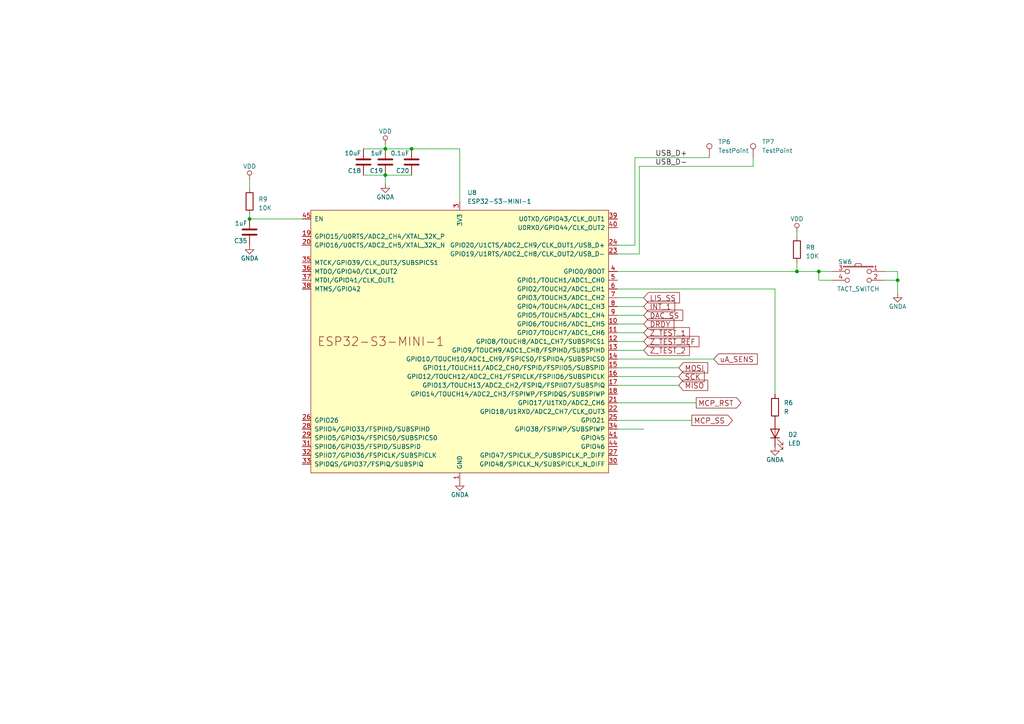
<source format=kicad_sch>
(kicad_sch (version 20231120) (generator "eeschema") (generator_version "8.0")
  (paper "A4")
  (lib_symbols
    (symbol "Connector:TestPoint" (pin_numbers hide) (pin_names (offset 0.762) hide)
      (property "Reference" "TP" (at 0 6.858 0))
      (property "Value" "TestPoint" (at 0 5.08 0))
      (symbol "TestPoint_0_1"
        (circle (center 0 3.302) (radius 0.762))
      )
      (symbol "TestPoint_1_1"
        (pin passive line (at 0 0 90) (length 2.54) (name "1") (number "1"))
      )
    )
    (symbol "Device:LED" (pin_numbers hide) (pin_names (offset 1.016) hide)
      (property "Reference" "D" (at 0 2.54 0))
      (property "Value" "LED" (at 0 -2.54 0))
      (symbol "LED_0_1"
        (polyline (pts (xy -1.27 -1.27) (xy -1.27 1.27)) (stroke (width 0.254)))
        (polyline (pts (xy -1.27 0) (xy 1.27 0)))
        (polyline (pts (xy 1.27 -1.27) (xy 1.27 1.27) (xy -1.27 0) (xy 1.27 -1.27)) (stroke (width 0.254)))
        (polyline (pts (xy -3.048 -0.762) (xy -4.572 -2.286) (xy -3.81 -2.286) (xy -4.572 -2.286) (xy -4.572 -1.524)))
        (polyline (pts (xy -1.778 -0.762) (xy -3.302 -2.286) (xy -2.54 -2.286) (xy -3.302 -2.286) (xy -3.302 -1.524)))
      )
      (symbol "LED_1_1"
        (pin passive line (at -3.81 0 0) (length 2.54) (name "K") (number "1"))
        (pin passive line (at 3.81 0 180) (length 2.54) (name "A") (number "2"))
      )
    )
    (symbol "Device:R" (pin_numbers hide) (pin_names (offset 0))
      (property "Reference" "R" (at 2.032 0 90))
      (property "Value" "R" (at 0 0 90))
      (symbol "R_0_1"
        (rectangle (start -1.016 -2.54) (end 1.016 2.54) (stroke (width 0.254)))
      )
      (symbol "R_1_1"
        (pin passive line (at 0 3.81 270) (length 1.27) (name "~") (number "1"))
        (pin passive line (at 0 -3.81 90) (length 1.27) (name "~") (number "2"))
      )
    )
    (symbol "Espressif:ESP32-S3-MINI-1" (pin_names (offset 1.016))
      (property "Reference" "U" (at -43.18 43.18 0))
      (property "Value" "ESP32-S3-MINI-1" (at -43.18 40.64 0))
      (symbol "ESP32-S3-MINI-1_0_0"
        (text "ESP32-S3-MINI-1" (at -22.86 0 0) (effects (font (size 2.54 2.54))))
        (pin power_in line (at 0 -40.64 90) (length 2.54) (name "GND") (number "1"))
        (pin bidirectional line (at 45.72 5.08 180) (length 2.54) (name "GPIO6/TOUCH6/ADC1_CH5") (number "10"))
        (pin bidirectional line (at 45.72 2.54 180) (length 2.54) (name "GPIO7/TOUCH7/ADC1_CH6") (number "11"))
        (pin bidirectional line (at 45.72 0 180) (length 2.54) (name "GPIO8/TOUCH8/ADC1_CH7/SUBSPICS1") (number "12"))
        (pin bidirectional line (at 45.72 -2.54 180) (length 2.54) (name "GPIO9/TOUCH9/ADC1_CH8/FSPIHD/SUBSPIHD") (number "13"))
        (pin bidirectional line (at 45.72 -5.08 180) (length 2.54) (name "GPIO10/TOUCH10/ADC1_CH9/FSPICS0/FSPIIO4/SUBSPICS0") (number "14"))
        (pin bidirectional line (at 45.72 -7.62 180) (length 2.54) (name "GPIO11/TOUCH11/ADC2_CH0/FSPID/FSPIIO5/SUBSPID") (number "15"))
        (pin bidirectional line (at 45.72 -10.16 180) (length 2.54) (name "GPIO12/TOUCH12/ADC2_CH1/FSPICLK/FSPIIO6/SUBSPICLK") (number "16"))
        (pin bidirectional line (at 45.72 -12.7 180) (length 2.54) (name "GPIO13/TOUCH13/ADC2_CH2/FSPIQ/FSPIIO7/SUBSPIQ") (number "17"))
        (pin bidirectional line (at 45.72 -15.24 180) (length 2.54) (name "GPIO14/TOUCH14/ADC2_CH3/FSPIWP/FSPIDQS/SUBSPIWP") (number "18"))
        (pin bidirectional line (at -45.72 30.48 0) (length 2.54) (name "GPIO15/U0RTS/ADC2_CH4/XTAL_32K_P") (number "19"))
        (pin passive line (at 0 -40.64 90) (length 2.54) hide (name "GND") (number "2"))
        (pin bidirectional line (at -45.72 27.94 0) (length 2.54) (name "GPIO16/U0CTS/ADC2_CH5/XTAL_32K_N") (number "20"))
        (pin bidirectional line (at 45.72 -17.78 180) (length 2.54) (name "GPIO17/U1TXD/ADC2_CH6") (number "21"))
        (pin bidirectional line (at 45.72 -20.32 180) (length 2.54) (name "GPIO18/U1RXD/ADC2_CH7/CLK_OUT3") (number "22"))
        (pin bidirectional line (at 45.72 25.4 180) (length 2.54) (name "GPIO19/U1RTS/ADC2_CH8/CLK_OUT2/USB_D-") (number "23"))
        (pin bidirectional line (at 45.72 27.94 180) (length 2.54) (name "GPIO20/U1CTS/ADC2_CH9/CLK_OUT1/USB_D+") (number "24"))
        (pin bidirectional line (at 45.72 -22.86 180) (length 2.54) (name "GPIO21") (number "25"))
        (pin bidirectional line (at -45.72 -22.86 0) (length 2.54) (name "GPIO26") (number "26"))
        (pin bidirectional line (at 45.72 -33.02 180) (length 2.54) (name "GPIO47/SPICLK_P/SUBSPICLK_P_DIFF") (number "27"))
        (pin bidirectional line (at -45.72 -25.4 0) (length 2.54) (name "SPIIO4/GPIO33/FSPIHD/SUBSPIHD") (number "28"))
        (pin bidirectional line (at -45.72 -27.94 0) (length 2.54) (name "SPIIO5/GPIO34/FSPICS0/SUBSPICS0") (number "29"))
        (pin power_in line (at 0 40.64 270) (length 2.54) (name "3V3") (number "3"))
        (pin bidirectional line (at 45.72 -35.56 180) (length 2.54) (name "GPIO48/SPICLK_N/SUBSPICLK_N_DIFF") (number "30"))
        (pin bidirectional line (at -45.72 -30.48 0) (length 2.54) (name "SPIIO6/GPIO35/FSPID/SUBSPID") (number "31"))
        (pin bidirectional line (at -45.72 -33.02 0) (length 2.54) (name "SPIIO7/GPIO36/FSPICLK/SUBSPICLK") (number "32"))
        (pin bidirectional line (at -45.72 -35.56 0) (length 2.54) (name "SPIDQS/GPIO37/FSPIQ/SUBSPIQ") (number "33"))
        (pin bidirectional line (at 45.72 -25.4 180) (length 2.54) (name "GPIO38/FSPIWP/SUBSPIWP") (number "34"))
        (pin bidirectional line (at -45.72 22.86 0) (length 2.54) (name "MTCK/GPIO39/CLK_OUT3/SUBSPICS1") (number "35"))
        (pin bidirectional line (at -45.72 20.32 0) (length 2.54) (name "MTDO/GPIO40/CLK_OUT2") (number "36"))
        (pin bidirectional line (at -45.72 17.78 0) (length 2.54) (name "MTDI/GPIO41/CLK_OUT1") (number "37"))
        (pin bidirectional line (at -45.72 15.24 0) (length 2.54) (name "MTMS/GPIO42") (number "38"))
        (pin bidirectional line (at 45.72 35.56 180) (length 2.54) (name "U0TXD/GPIO43/CLK_OUT1") (number "39"))
        (pin bidirectional line (at 45.72 20.32 180) (length 2.54) (name "GPIO0/BOOT") (number "4"))
        (pin bidirectional line (at 45.72 33.02 180) (length 2.54) (name "U0RXD/GPIO44/CLK_OUT2") (number "40"))
        (pin bidirectional line (at 45.72 -27.94 180) (length 2.54) (name "GPIO45") (number "41"))
        (pin passive line (at 0 -40.64 90) (length 2.54) hide (name "GND") (number "42"))
        (pin passive line (at 0 -40.64 90) (length 2.54) hide (name "GND") (number "43"))
        (pin bidirectional line (at 45.72 -30.48 180) (length 2.54) (name "GPIO46") (number "44"))
        (pin input line (at -45.72 35.56 0) (length 2.54) (name "EN") (number "45"))
        (pin passive line (at 0 -40.64 90) (length 2.54) hide (name "GND") (number "46"))
        (pin passive line (at 0 -40.64 90) (length 2.54) hide (name "GND") (number "47"))
        (pin passive line (at 0 -40.64 90) (length 2.54) hide (name "GND") (number "48"))
        (pin passive line (at 0 -40.64 90) (length 2.54) hide (name "GND") (number "49"))
        (pin bidirectional line (at 45.72 17.78 180) (length 2.54) (name "GPIO1/TOUCH1/ADC1_CH0") (number "5"))
        (pin passive line (at 0 -40.64 90) (length 2.54) hide (name "GND") (number "50"))
        (pin passive line (at 0 -40.64 90) (length 2.54) hide (name "GND") (number "51"))
        (pin passive line (at 0 -40.64 90) (length 2.54) hide (name "GND") (number "52"))
        (pin passive line (at 0 -40.64 90) (length 2.54) hide (name "GND") (number "53"))
        (pin passive line (at 0 -40.64 90) (length 2.54) hide (name "GND") (number "54"))
        (pin passive line (at 0 -40.64 90) (length 2.54) hide (name "GND") (number "55"))
        (pin passive line (at 0 -40.64 90) (length 2.54) hide (name "GND") (number "56"))
        (pin passive line (at 0 -40.64 90) (length 2.54) hide (name "GND") (number "57"))
        (pin passive line (at 0 -40.64 90) (length 2.54) hide (name "GND") (number "58"))
        (pin passive line (at 0 -40.64 90) (length 2.54) hide (name "GND") (number "59"))
        (pin bidirectional line (at 45.72 15.24 180) (length 2.54) (name "GPIO2/TOUCH2/ADC1_CH1") (number "6"))
        (pin passive line (at 0 -40.64 90) (length 2.54) hide (name "GND") (number "60"))
        (pin passive line (at 0 -40.64 90) (length 2.54) hide (name "GND") (number "61"))
        (pin passive line (at 0 -40.64 90) (length 2.54) hide (name "GND") (number "62"))
        (pin passive line (at 0 -40.64 90) (length 2.54) hide (name "GND") (number "63"))
        (pin passive line (at 0 -40.64 90) (length 2.54) hide (name "GND") (number "64"))
        (pin passive line (at 0 -40.64 90) (length 2.54) hide (name "GND") (number "65"))
        (pin bidirectional line (at 45.72 12.7 180) (length 2.54) (name "GPIO3/TOUCH3/ADC1_CH2") (number "7"))
        (pin bidirectional line (at 45.72 10.16 180) (length 2.54) (name "GPIO4/TOUCH4/ADC1_CH3") (number "8"))
        (pin bidirectional line (at 45.72 7.62 180) (length 2.54) (name "GPIO5/TOUCH5/ADC1_CH4") (number "9"))
      )
      (symbol "ESP32-S3-MINI-1_0_1"
        (rectangle (start -43.18 38.1) (end 43.18 -38.1) (fill (type background)))
      )
    )
    (symbol "Ganglion_01-rescue:C" (pin_numbers hide) (pin_names (offset 0.254))
      (property "Reference" "C" (at 0.635 2.54 0))
      (property "Value" "C" (at 0.635 -2.54 0))
      (symbol "C_0_1"
        (polyline (pts (xy -2.032 -0.762) (xy 2.032 -0.762)) (stroke (width 0.508)))
        (polyline (pts (xy -2.032 0.762) (xy 2.032 0.762)) (stroke (width 0.508)))
      )
      (symbol "C_1_1"
        (pin passive line (at 0 3.81 270) (length 2.794) (name "~") (number "1"))
        (pin passive line (at 0 -3.81 90) (length 2.794) (name "~") (number "2"))
      )
    )
    (symbol "Ganglion_01-rescue:GNDA" (power) (pin_names (offset 0))
      (property "Value" "GNDA" (at 0 -3.81 0))
      (symbol "GNDA_0_1"
        (polyline (pts (xy 0 0) (xy 0 -1.27) (xy 1.27 -1.27) (xy 0 -2.54) (xy -1.27 -1.27) (xy 0 -1.27)))
      )
      (symbol "GNDA_1_1"
        (pin power_in line (at 0 0 270) (length 0) hide (name "GNDA") (number "1"))
      )
    )
    (symbol "Ganglion_01-rescue:VDD" (power) (pin_names (offset 0))
      (property "Value" "VDD" (at 0 3.81 0))
      (symbol "VDD_0_1"
        (polyline (pts (xy 0 0) (xy 0 1.27)))
        (circle (center 0 1.905) (radius 0.635))
      )
      (symbol "VDD_1_1"
        (pin power_in line (at 0 0 90) (length 0) hide (name "VDD") (number "1"))
      )
    )
    (symbol "OpenBCI:TACT_SWITCH" (pin_names (offset 1.016) hide)
      (property "Reference" "SW" (at 3.81 2.794 0))
      (property "Value" "TACT_SWITCH" (at 0 -5.08 0))
      (property "Datasheet" "http://www.mouser.com/ds/2/60/PTS810_4mar13-248115.pdf" (at 0 0 0))
      (symbol "TACT_SWITCH_0_1"
        (rectangle (start -4.318 1.27) (end 4.318 1.524))
        (polyline (pts (xy -1.016 1.524) (xy -0.762 2.286) (xy 0.762 2.286) (xy 1.016 1.524)))
        (pin passive inverted (at -7.62 0 0) (length 5.08) (name "1") (number "1"))
        (pin passive inverted (at -7.62 -2.54 0) (length 5.08) (name "2") (number "2"))
        (pin passive inverted (at 7.62 0 180) (length 5.08) (name "3") (number "3"))
        (pin passive inverted (at 7.62 -2.54 180) (length 5.08) (name "4") (number "4"))
      )
    )
  )
  (junction (at 119.38 43.18))
  (junction (at 72.39 63.5))
  (junction (at 231.14 78.74))
  (junction (at 237.49 78.74))
  (junction (at 111.76 50.8))
  (junction (at 260.35 81.28))
  (junction (at 111.76 43.18))
  (wire (pts (xy 179.07 109.22) (xy 196.85 109.22)))
  (wire (pts (xy 179.07 91.44) (xy 186.69 91.44)))
  (wire (pts (xy 111.76 41.91) (xy 111.76 43.18)))
  (wire (pts (xy 186.69 99.06) (xy 179.07 99.06)))
  (wire (pts (xy 186.69 93.98) (xy 179.07 93.98)))
  (wire (pts (xy 184.15 71.12) (xy 184.15 45.72)))
  (wire (pts (xy 260.35 81.28) (xy 260.35 78.74)))
  (wire (pts (xy 179.07 88.9) (xy 186.69 88.9)))
  (wire (pts (xy 133.35 43.18) (xy 133.35 58.42)))
  (wire (pts (xy 179.07 71.12) (xy 184.15 71.12)))
  (wire (pts (xy 224.79 114.3) (xy 224.79 83.82)))
  (wire (pts (xy 72.39 52.07) (xy 72.39 54.61)))
  (wire (pts (xy 186.69 124.46) (xy 179.07 124.46)))
  (wire (pts (xy 196.85 111.76) (xy 179.07 111.76)))
  (wire (pts (xy 111.76 50.8) (xy 119.38 50.8)))
  (wire (pts (xy 260.35 78.74) (xy 256.54 78.74)))
  (wire (pts (xy 231.14 67.31) (xy 231.14 68.58)))
  (wire (pts (xy 179.07 116.84) (xy 201.93 116.84)))
  (wire (pts (xy 237.49 78.74) (xy 241.3 78.74)))
  (wire (pts (xy 105.41 50.8) (xy 111.76 50.8)))
  (wire (pts (xy 179.07 101.6) (xy 186.69 101.6)))
  (wire (pts (xy 186.69 96.52) (xy 179.07 96.52)))
  (wire (pts (xy 105.41 43.18) (xy 111.76 43.18)))
  (wire (pts (xy 179.07 83.82) (xy 224.79 83.82)))
  (wire (pts (xy 231.14 76.2) (xy 231.14 78.74)))
  (wire (pts (xy 179.07 78.74) (xy 231.14 78.74)))
  (wire (pts (xy 260.35 85.09) (xy 260.35 81.28)))
  (wire (pts (xy 184.15 45.72) (xy 205.74 45.72)))
  (wire (pts (xy 179.07 73.66) (xy 185.42 73.66)))
  (wire (pts (xy 111.76 43.18) (xy 119.38 43.18)))
  (wire (pts (xy 72.39 63.5) (xy 87.63 63.5)))
  (wire (pts (xy 179.07 104.14) (xy 207.01 104.14)))
  (wire (pts (xy 196.85 106.68) (xy 179.07 106.68)))
  (wire (pts (xy 218.44 48.26) (xy 218.44 45.72)))
  (wire (pts (xy 72.39 62.23) (xy 72.39 63.5)))
  (wire (pts (xy 231.14 78.74) (xy 237.49 78.74)))
  (wire (pts (xy 185.42 73.66) (xy 185.42 48.26)))
  (wire (pts (xy 241.3 81.28) (xy 237.49 81.28)))
  (wire (pts (xy 260.35 81.28) (xy 256.54 81.28)))
  (wire (pts (xy 119.38 43.18) (xy 133.35 43.18)))
  (wire (pts (xy 111.76 50.8) (xy 111.76 53.34)))
  (wire (pts (xy 185.42 48.26) (xy 218.44 48.26)))
  (wire (pts (xy 179.07 86.36) (xy 186.69 86.36)))
  (wire (pts (xy 179.07 121.92) (xy 200.66 121.92)))
  (wire (pts (xy 237.49 81.28) (xy 237.49 78.74)))
  (label "USB_D-" (at 199.39 48.26 180) (effects (font (size 1.524 1.524))))
  (label "USB_D+" (at 199.39 45.72 180) (effects (font (size 1.524 1.524))))
  (global_label "MCP_RST" (shape output) (at 201.93 116.84 0) (effects (font (size 1.524 1.524))) (property "Intersheetrefs" "${INTERSHEET_REFS}" (effects (hide yes))))
  (global_label "Z_TEST_1" (shape input) (at 186.69 96.52 0) (effects (font (size 1.524 1.524))) (property "Intersheetrefs" "${INTERSHEET_REFS}" (effects (hide yes))))
  (global_label "LIS_SS" (shape input) (at 186.69 86.36 0) (effects (font (size 1.524 1.524))) (property "Intersheetrefs" "${INTERSHEET_REFS}" (effects (hide yes))))
  (global_label "Z_TEST_2" (shape input) (at 186.69 101.6 0) (effects (font (size 1.524 1.524))) (property "Intersheetrefs" "${INTERSHEET_REFS}" (effects (hide yes))))
  (global_label "SCK" (shape input) (at 196.85 109.22 0) (effects (font (size 1.524 1.524))) (property "Intersheetrefs" "${INTERSHEET_REFS}" (effects (hide yes))))
  (global_label "INT_1" (shape input) (at 186.69 88.9 0) (effects (font (size 1.524 1.524))) (property "Intersheetrefs" "${INTERSHEET_REFS}" (effects (hide yes))))
  (global_label "MCP_SS" (shape output) (at 200.66 121.92 0) (effects (font (size 1.524 1.524))) (property "Intersheetrefs" "${INTERSHEET_REFS}" (effects (hide yes))))
  (global_label "DAC_SS" (shape input) (at 186.69 91.44 0) (effects (font (size 1.524 1.524))) (property "Intersheetrefs" "${INTERSHEET_REFS}" (effects (hide yes))))
  (global_label "Z_TEST_REF" (shape input) (at 186.69 99.06 0) (effects (font (size 1.524 1.524))) (property "Intersheetrefs" "${INTERSHEET_REFS}" (effects (hide yes))))
  (global_label "MOSI" (shape input) (at 196.85 106.68 0) (effects (font (size 1.524 1.524))) (property "Intersheetrefs" "${INTERSHEET_REFS}" (effects (hide yes))))
  (global_label "MISO" (shape input) (at 196.85 111.76 0) (effects (font (size 1.524 1.524))) (property "Intersheetrefs" "${INTERSHEET_REFS}" (effects (hide yes))))
  (global_label "uA_SENS" (shape input) (at 207.01 104.14 0) (effects (font (size 1.524 1.524))) (property "Intersheetrefs" "${INTERSHEET_REFS}" (effects (hide yes))))
  (global_label "DRDY" (shape input) (at 186.69 93.98 0) (effects (font (size 1.524 1.524))) (property "Intersheetrefs" "${INTERSHEET_REFS}" (effects (hide yes))))
  (symbol (lib_id "Device:R") (at 224.79 118.11 0) (unit 1)
    (property "Reference" "R6" (at 227.33 116.8399 0) (effects (justify left)))
    (property "Value" "R" (at 227.33 119.3799 0) (effects (justify left)))
    (property "Footprint" "Resistor_SMD:R_0402_1005Metric" (effects (hide yes)))
    (property "Description" "Resistor" (effects (hide yes)))
    (property "MPN" " ERA-2APB221X" (effects (hide yes)))
    (property "SPN" "667-ERA-2APB221X" (effects (hide yes)))
  )
  (symbol (lib_id "Device:R") (at 231.14 72.39 0) (unit 1)
    (property "Reference" "R8" (at 233.68 71.755 0) (effects (justify left)))
    (property "Value" "10K" (at 233.68 74.295 0) (effects (justify left)))
    (property "Footprint" "Resistor_SMD:R_0402_1005Metric" (effects (hide yes)))
    (property "MPN" "ERJ-2RKF1002X" (effects (hide yes)))
    (property "SPN" "P10.0KLCT-ND" (effects (hide yes)))
  )
  (symbol (lib_id "Ganglion_01-rescue:C") (at 119.38 46.99 180) (unit 1)
    (property "Reference" "C20" (at 118.745 49.53 0) (effects (justify left)))
    (property "Value" "0.1uF" (at 118.745 44.45 0) (effects (justify left)))
    (property "Footprint" "Capacitor_SMD:C_0402_1005Metric" (effects (hide yes)))
    (property "MPN" "GRM155R71C104KA88J" (effects (hide yes)))
    (property "SPN" "490-6328-1-ND" (effects (hide yes)))
  )
  (symbol (lib_id "Ganglion_01-rescue:C") (at 105.41 46.99 180) (unit 1)
    (property "Reference" "C18" (at 104.775 49.53 0) (effects (justify left)))
    (property "Value" "10uF" (at 104.775 44.45 0) (effects (justify left)))
    (property "Footprint" "Capacitor_SMD:C_0603_1608Metric" (effects (hide yes)))
    (property "MPN" "GRM188R60J106KE47D" (effects (hide yes)))
    (property "SPN" "490-12538-1-ND" (effects (hide yes)))
  )
  (symbol (lib_id "Ganglion_01-rescue:VDD") (at 231.14 67.31 0) (unit 1)
    (property "Reference" "#PWR029" (effects (hide yes)))
    (property "Value" "VDD" (at 231.14 63.5 0))
  )
  (symbol (lib_id "Ganglion_01-rescue:VDD") (at 72.39 52.07 0) (unit 1)
    (property "Reference" "#PWR028" (effects (hide yes)))
    (property "Value" "VDD" (at 72.39 48.26 0))
  )
  (symbol (lib_id "Device:R") (at 72.39 58.42 0) (unit 1)
    (property "Reference" "R9" (at 74.93 57.785 0) (effects (justify left)))
    (property "Value" "10K" (at 74.93 60.325 0) (effects (justify left)))
    (property "Footprint" "Resistor_SMD:R_0402_1005Metric" (effects (hide yes)))
    (property "MPN" "ERJ-2RKF1002X" (effects (hide yes)))
    (property "SPN" "P10.0KLCT-ND" (effects (hide yes)))
  )
  (symbol (lib_id "Connector:TestPoint") (at 218.44 45.72 0) (unit 1)
    (property "Reference" "TP7" (at 220.98 41.1479 0) (effects (justify left)))
    (property "Value" "TestPoint" (at 220.98 43.6879 0) (effects (justify left)))
    (property "Footprint" "TestPoint:TestPoint_Pad_D1.5mm" (effects (hide yes)))
    (property "Description" "test point" (effects (hide yes)))
  )
  (symbol (lib_id "Ganglion_01-rescue:VDD") (at 111.76 41.91 0) (unit 1)
    (property "Reference" "#PWR027" (effects (hide yes)))
    (property "Value" "VDD" (at 111.76 38.1 0))
  )
  (symbol (lib_id "Espressif:ESP32-S3-MINI-1") (at 133.35 99.06 0) (unit 1)
    (property "Reference" "U8" (at 135.5441 55.88 0) (effects (justify left)))
    (property "Value" "ESP32-S3-MINI-1" (at 135.5441 58.42 0) (effects (justify left)))
    (property "Footprint" "Espressif:ESP32-S3-MINI-1" (effects (hide yes)))
    (property "Datasheet" "https://www.espressif.com/sites/default/files/documentation/esp32-s3-mini-1_mini-1u_datasheet_en.pdf" (effects (hide yes)))
    (property "Description" "Smallsized module supporting 2.4 GHz WiFi (802.11 b/g/n) and Bluetooth ® 5 (LE) Built around ESP32S3 series of SoCs, Xtensa ® dualcore 32bit LX7 microprocessor Flash up to 8 MB, optional 2 MB PSRAM in chip package 39 GPIOs, rich set of peripherals Onboard PCB antenna or external antenna connector" (effects (hide yes)))
    (property "MPN" "ESP32-S3-MINI-1-N8" (effects (hide yes)))
    (property "SPN" "1965-ESP32-S3-MINI-1-N8CT-ND" (effects (hide yes)))
  )
  (symbol (lib_id "OpenBCI:TACT_SWITCH") (at 248.92 78.74 0) (mirror y) (unit 1)
    (property "Reference" "SW6" (at 245.11 75.946 0))
    (property "Value" "TACT_SWITCH" (at 248.92 83.82 0))
    (property "Footprint" "OpenBCI_KiCad_library_files:PTS810" (effects (hide yes)))
    (property "MPN" "PTS810 SJK 250 SMTR LFS" (effects (hide yes)))
    (property "SPN" "CKN10503CT-ND" (effects (hide yes)))
  )
  (symbol (lib_id "Ganglion_01-rescue:GNDA") (at 224.79 129.54 0) (unit 1)
    (property "Reference" "#PWR076" (effects (hide yes)))
    (property "Value" "GNDA" (at 224.79 133.35 0))
  )
  (symbol (lib_id "Connector:TestPoint") (at 205.74 45.72 0) (unit 1)
    (property "Reference" "TP6" (at 208.28 41.1479 0) (effects (justify left)))
    (property "Value" "TestPoint" (at 208.28 43.6879 0) (effects (justify left)))
    (property "Footprint" "TestPoint:TestPoint_Pad_D1.5mm" (effects (hide yes)))
    (property "Description" "test point" (effects (hide yes)))
  )
  (symbol (lib_id "Ganglion_01-rescue:C") (at 72.39 67.31 180) (unit 1)
    (property "Reference" "C35" (at 71.755 69.85 0) (effects (justify left)))
    (property "Value" "1uF" (at 71.755 64.77 0) (effects (justify left)))
    (property "Footprint" "Capacitor_SMD:C_0603_1608Metric" (effects (hide yes)))
    (property "MPN" "CC0603KRX7R7BB105" (effects (hide yes)))
    (property "SPN" "311-1446-1-ND" (effects (hide yes)))
  )
  (symbol (lib_id "Ganglion_01-rescue:C") (at 111.76 46.99 180) (unit 1)
    (property "Reference" "C19" (at 111.125 49.53 0) (effects (justify left)))
    (property "Value" "1uF" (at 111.125 44.45 0) (effects (justify left)))
    (property "Footprint" "Capacitor_SMD:C_0603_1608Metric" (effects (hide yes)))
    (property "MPN" "CC0603KRX7R7BB105" (effects (hide yes)))
    (property "SPN" "311-1446-1-ND" (effects (hide yes)))
  )
  (symbol (lib_id "Ganglion_01-rescue:GNDA") (at 133.35 139.7 0) (unit 1)
    (property "Reference" "#PWR019" (effects (hide yes)))
    (property "Value" "GNDA" (at 133.35 143.51 0))
  )
  (symbol (lib_id "Ganglion_01-rescue:GNDA") (at 72.39 71.12 0) (unit 1)
    (property "Reference" "#PWR026" (effects (hide yes)))
    (property "Value" "GNDA" (at 72.39 74.93 0))
  )
  (symbol (lib_id "Ganglion_01-rescue:GNDA") (at 260.35 85.09 0) (unit 1)
    (property "Reference" "#PWR018" (effects (hide yes)))
    (property "Value" "GNDA" (at 260.35 88.9 0))
  )
  (symbol (lib_id "Device:LED") (at 224.79 125.73 90) (unit 1)
    (property "Reference" "D2" (at 228.6 126.0474 90) (effects (justify right)))
    (property "Value" "LED" (at 228.6 128.5874 90) (effects (justify right)))
    (property "Footprint" "LED_SMD:LED_0603_1608Metric_Pad1.05x0.95mm_HandSolder" (effects (hide yes)))
    (property "Description" "Light emitting diode" (effects (hide yes)))
    (property "MPN" "150060VS75003" (effects (hide yes)))
    (property "SPN" "710-150060VS75003" (effects (hide yes)))
  )
  (symbol (lib_id "Ganglion_01-rescue:GNDA") (at 111.76 53.34 0) (unit 1)
    (property "Reference" "#PWR014" (effects (hide yes)))
    (property "Value" "GNDA" (at 111.76 57.15 0))
  )
)
</source>
